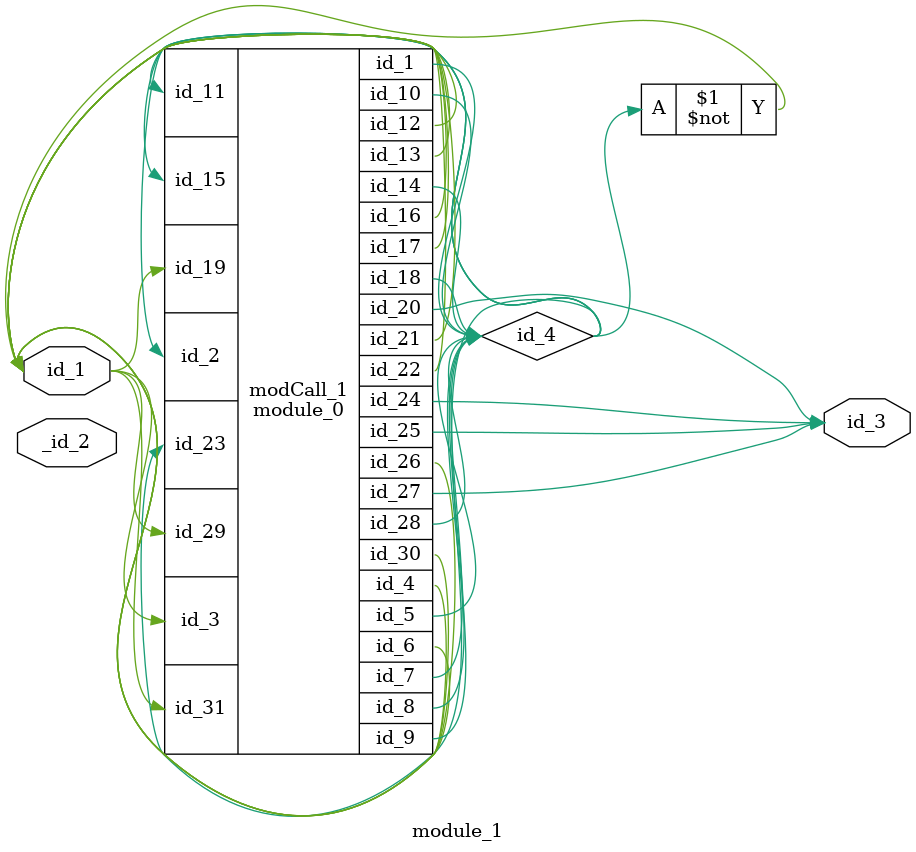
<source format=v>
module module_0 (
    id_1,
    id_2,
    id_3,
    id_4,
    id_5,
    id_6,
    id_7,
    id_8,
    id_9,
    id_10,
    id_11,
    id_12,
    id_13,
    id_14,
    id_15,
    id_16,
    id_17,
    id_18,
    id_19,
    id_20,
    id_21,
    id_22,
    id_23,
    id_24,
    id_25,
    id_26,
    id_27,
    id_28,
    id_29,
    id_30,
    id_31
);
  input wire id_31;
  inout wire id_30;
  input wire id_29;
  inout wire id_28;
  output wire id_27;
  inout wire id_26;
  output wire id_25;
  output wire id_24;
  input wire id_23;
  inout wire id_22;
  inout wire id_21;
  output wire id_20;
  input wire id_19;
  inout wire id_18;
  output wire id_17;
  inout wire id_16;
  input wire id_15;
  output wire id_14;
  output wire id_13;
  output wire id_12;
  input wire id_11;
  inout wire id_10;
  output wire id_9;
  output wire id_8;
  inout wire id_7;
  inout wire id_6;
  inout wire id_5;
  output wire id_4;
  input wire id_3;
  input wire id_2;
  output wire id_1;
  wire id_32;
endmodule
module module_1 #(
    parameter id_2 = 32'd68
) (
    id_1,
    _id_2,
    id_3
);
  output wire id_3;
  inout wire _id_2;
  inout wire id_1;
  wire id_4;
  ;
  not primCall (id_1, id_4);
  assign id_4 = id_4;
  module_0 modCall_1 (
      id_4,
      id_4,
      id_1,
      id_1,
      id_4,
      id_1,
      id_4,
      id_4,
      id_4,
      id_4,
      id_4,
      id_1,
      id_1,
      id_4,
      id_4,
      id_1,
      id_1,
      id_4,
      id_1,
      id_3,
      id_1,
      id_1,
      id_4,
      id_3,
      id_3,
      id_1,
      id_3,
      id_4,
      id_1,
      id_1,
      id_1
  );
  wire id_5[id_2 : id_2];
endmodule

</source>
